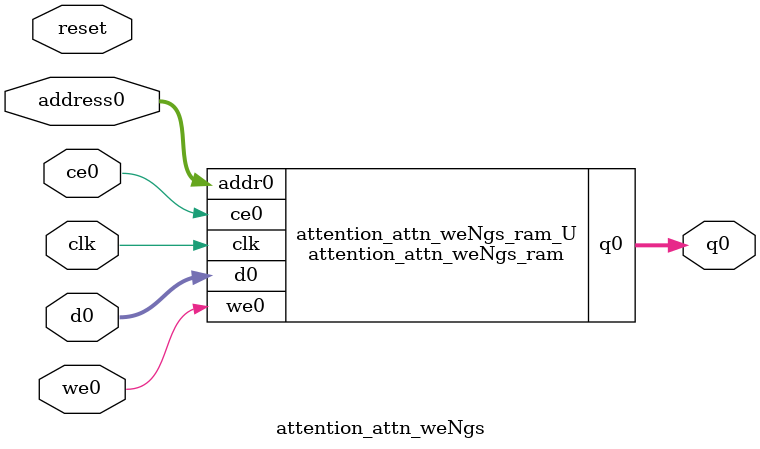
<source format=v>
`timescale 1 ns / 1 ps
module attention_attn_weNgs_ram (addr0, ce0, d0, we0, q0,  clk);

parameter DWIDTH = 38;
parameter AWIDTH = 4;
parameter MEM_SIZE = 12;

input[AWIDTH-1:0] addr0;
input ce0;
input[DWIDTH-1:0] d0;
input we0;
output reg[DWIDTH-1:0] q0;
input clk;

(* ram_style = "distributed" *)reg [DWIDTH-1:0] ram[0:MEM_SIZE-1];




always @(posedge clk)  
begin 
    if (ce0) begin
        if (we0) 
            ram[addr0] <= d0; 
        q0 <= ram[addr0];
    end
end


endmodule

`timescale 1 ns / 1 ps
module attention_attn_weNgs(
    reset,
    clk,
    address0,
    ce0,
    we0,
    d0,
    q0);

parameter DataWidth = 32'd38;
parameter AddressRange = 32'd12;
parameter AddressWidth = 32'd4;
input reset;
input clk;
input[AddressWidth - 1:0] address0;
input ce0;
input we0;
input[DataWidth - 1:0] d0;
output[DataWidth - 1:0] q0;



attention_attn_weNgs_ram attention_attn_weNgs_ram_U(
    .clk( clk ),
    .addr0( address0 ),
    .ce0( ce0 ),
    .we0( we0 ),
    .d0( d0 ),
    .q0( q0 ));

endmodule


</source>
